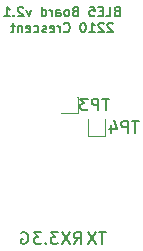
<source format=gbo>
G04 #@! TF.GenerationSoftware,KiCad,Pcbnew,(5.1.2)-1*
G04 #@! TF.CreationDate,2022-10-09T20:42:29+09:00*
G04 #@! TF.ProjectId,ble5,626c6535-2e6b-4696-9361-645f70636258,v2.1*
G04 #@! TF.SameCoordinates,Original*
G04 #@! TF.FileFunction,Legend,Bot*
G04 #@! TF.FilePolarity,Positive*
%FSLAX46Y46*%
G04 Gerber Fmt 4.6, Leading zero omitted, Abs format (unit mm)*
G04 Created by KiCad (PCBNEW (5.1.2)-1) date 2022-10-09 20:42:29*
%MOMM*%
%LPD*%
G04 APERTURE LIST*
%ADD10C,0.200000*%
%ADD11C,0.150000*%
%ADD12C,0.120000*%
%ADD13R,1.400000X1.400000*%
%ADD14O,3.448000X1.924000*%
%ADD15O,1.924000X2.200000*%
G04 APERTURE END LIST*
D10*
X129561904Y-59652380D02*
X128990476Y-59652380D01*
X129276190Y-60652380D02*
X129276190Y-59652380D01*
X128752380Y-59652380D02*
X128085714Y-60652380D01*
X128085714Y-59652380D02*
X128752380Y-60652380D01*
X126866666Y-60652380D02*
X127200000Y-60176190D01*
X127438095Y-60652380D02*
X127438095Y-59652380D01*
X127057142Y-59652380D01*
X126961904Y-59700000D01*
X126914285Y-59747619D01*
X126866666Y-59842857D01*
X126866666Y-59985714D01*
X126914285Y-60080952D01*
X126961904Y-60128571D01*
X127057142Y-60176190D01*
X127438095Y-60176190D01*
X126533333Y-59652380D02*
X125866666Y-60652380D01*
X125866666Y-59652380D02*
X126533333Y-60652380D01*
X125547619Y-59652380D02*
X124928571Y-59652380D01*
X125261904Y-60033333D01*
X125119047Y-60033333D01*
X125023809Y-60080952D01*
X124976190Y-60128571D01*
X124928571Y-60223809D01*
X124928571Y-60461904D01*
X124976190Y-60557142D01*
X125023809Y-60604761D01*
X125119047Y-60652380D01*
X125404761Y-60652380D01*
X125500000Y-60604761D01*
X125547619Y-60557142D01*
X124500000Y-60557142D02*
X124452380Y-60604761D01*
X124500000Y-60652380D01*
X124547619Y-60604761D01*
X124500000Y-60557142D01*
X124500000Y-60652380D01*
X124119047Y-59652380D02*
X123500000Y-59652380D01*
X123833333Y-60033333D01*
X123690476Y-60033333D01*
X123595238Y-60080952D01*
X123547619Y-60128571D01*
X123500000Y-60223809D01*
X123500000Y-60461904D01*
X123547619Y-60557142D01*
X123595238Y-60604761D01*
X123690476Y-60652380D01*
X123976190Y-60652380D01*
X124071428Y-60604761D01*
X124119047Y-60557142D01*
X122438095Y-59700000D02*
X122533333Y-59652380D01*
X122676190Y-59652380D01*
X122819047Y-59700000D01*
X122914285Y-59795238D01*
X122961904Y-59890476D01*
X123009523Y-60080952D01*
X123009523Y-60223809D01*
X122961904Y-60414285D01*
X122914285Y-60509523D01*
X122819047Y-60604761D01*
X122676190Y-60652380D01*
X122580952Y-60652380D01*
X122438095Y-60604761D01*
X122390476Y-60557142D01*
X122390476Y-60223809D01*
X122580952Y-60223809D01*
D11*
X130509523Y-40967857D02*
X130395238Y-41005952D01*
X130357142Y-41044047D01*
X130319047Y-41120238D01*
X130319047Y-41234523D01*
X130357142Y-41310714D01*
X130395238Y-41348809D01*
X130471428Y-41386904D01*
X130776190Y-41386904D01*
X130776190Y-40586904D01*
X130509523Y-40586904D01*
X130433333Y-40625000D01*
X130395238Y-40663095D01*
X130357142Y-40739285D01*
X130357142Y-40815476D01*
X130395238Y-40891666D01*
X130433333Y-40929761D01*
X130509523Y-40967857D01*
X130776190Y-40967857D01*
X129595238Y-41386904D02*
X129976190Y-41386904D01*
X129976190Y-40586904D01*
X129328571Y-40967857D02*
X129061904Y-40967857D01*
X128947619Y-41386904D02*
X129328571Y-41386904D01*
X129328571Y-40586904D01*
X128947619Y-40586904D01*
X128223809Y-40586904D02*
X128604761Y-40586904D01*
X128642857Y-40967857D01*
X128604761Y-40929761D01*
X128528571Y-40891666D01*
X128338095Y-40891666D01*
X128261904Y-40929761D01*
X128223809Y-40967857D01*
X128185714Y-41044047D01*
X128185714Y-41234523D01*
X128223809Y-41310714D01*
X128261904Y-41348809D01*
X128338095Y-41386904D01*
X128528571Y-41386904D01*
X128604761Y-41348809D01*
X128642857Y-41310714D01*
X126966666Y-40967857D02*
X126852380Y-41005952D01*
X126814285Y-41044047D01*
X126776190Y-41120238D01*
X126776190Y-41234523D01*
X126814285Y-41310714D01*
X126852380Y-41348809D01*
X126928571Y-41386904D01*
X127233333Y-41386904D01*
X127233333Y-40586904D01*
X126966666Y-40586904D01*
X126890476Y-40625000D01*
X126852380Y-40663095D01*
X126814285Y-40739285D01*
X126814285Y-40815476D01*
X126852380Y-40891666D01*
X126890476Y-40929761D01*
X126966666Y-40967857D01*
X127233333Y-40967857D01*
X126319047Y-41386904D02*
X126395238Y-41348809D01*
X126433333Y-41310714D01*
X126471428Y-41234523D01*
X126471428Y-41005952D01*
X126433333Y-40929761D01*
X126395238Y-40891666D01*
X126319047Y-40853571D01*
X126204761Y-40853571D01*
X126128571Y-40891666D01*
X126090476Y-40929761D01*
X126052380Y-41005952D01*
X126052380Y-41234523D01*
X126090476Y-41310714D01*
X126128571Y-41348809D01*
X126204761Y-41386904D01*
X126319047Y-41386904D01*
X125366666Y-41386904D02*
X125366666Y-40967857D01*
X125404761Y-40891666D01*
X125480952Y-40853571D01*
X125633333Y-40853571D01*
X125709523Y-40891666D01*
X125366666Y-41348809D02*
X125442857Y-41386904D01*
X125633333Y-41386904D01*
X125709523Y-41348809D01*
X125747619Y-41272619D01*
X125747619Y-41196428D01*
X125709523Y-41120238D01*
X125633333Y-41082142D01*
X125442857Y-41082142D01*
X125366666Y-41044047D01*
X124985714Y-41386904D02*
X124985714Y-40853571D01*
X124985714Y-41005952D02*
X124947619Y-40929761D01*
X124909523Y-40891666D01*
X124833333Y-40853571D01*
X124757142Y-40853571D01*
X124147619Y-41386904D02*
X124147619Y-40586904D01*
X124147619Y-41348809D02*
X124223809Y-41386904D01*
X124376190Y-41386904D01*
X124452380Y-41348809D01*
X124490476Y-41310714D01*
X124528571Y-41234523D01*
X124528571Y-41005952D01*
X124490476Y-40929761D01*
X124452380Y-40891666D01*
X124376190Y-40853571D01*
X124223809Y-40853571D01*
X124147619Y-40891666D01*
X123233333Y-40853571D02*
X123042857Y-41386904D01*
X122852380Y-40853571D01*
X122585714Y-40663095D02*
X122547619Y-40625000D01*
X122471428Y-40586904D01*
X122280952Y-40586904D01*
X122204761Y-40625000D01*
X122166666Y-40663095D01*
X122128571Y-40739285D01*
X122128571Y-40815476D01*
X122166666Y-40929761D01*
X122623809Y-41386904D01*
X122128571Y-41386904D01*
X121785714Y-41310714D02*
X121747619Y-41348809D01*
X121785714Y-41386904D01*
X121823809Y-41348809D01*
X121785714Y-41310714D01*
X121785714Y-41386904D01*
X120985714Y-41386904D02*
X121442857Y-41386904D01*
X121214285Y-41386904D02*
X121214285Y-40586904D01*
X121290476Y-40701190D01*
X121366666Y-40777380D01*
X121442857Y-40815476D01*
X130166666Y-42013095D02*
X130128571Y-41975000D01*
X130052380Y-41936904D01*
X129861904Y-41936904D01*
X129785714Y-41975000D01*
X129747619Y-42013095D01*
X129709523Y-42089285D01*
X129709523Y-42165476D01*
X129747619Y-42279761D01*
X130204761Y-42736904D01*
X129709523Y-42736904D01*
X129404761Y-42013095D02*
X129366666Y-41975000D01*
X129290476Y-41936904D01*
X129100000Y-41936904D01*
X129023809Y-41975000D01*
X128985714Y-42013095D01*
X128947619Y-42089285D01*
X128947619Y-42165476D01*
X128985714Y-42279761D01*
X129442857Y-42736904D01*
X128947619Y-42736904D01*
X128185714Y-42736904D02*
X128642857Y-42736904D01*
X128414285Y-42736904D02*
X128414285Y-41936904D01*
X128490476Y-42051190D01*
X128566666Y-42127380D01*
X128642857Y-42165476D01*
X127690476Y-41936904D02*
X127614285Y-41936904D01*
X127538095Y-41975000D01*
X127500000Y-42013095D01*
X127461904Y-42089285D01*
X127423809Y-42241666D01*
X127423809Y-42432142D01*
X127461904Y-42584523D01*
X127500000Y-42660714D01*
X127538095Y-42698809D01*
X127614285Y-42736904D01*
X127690476Y-42736904D01*
X127766666Y-42698809D01*
X127804761Y-42660714D01*
X127842857Y-42584523D01*
X127880952Y-42432142D01*
X127880952Y-42241666D01*
X127842857Y-42089285D01*
X127804761Y-42013095D01*
X127766666Y-41975000D01*
X127690476Y-41936904D01*
X126014285Y-42660714D02*
X126052380Y-42698809D01*
X126166666Y-42736904D01*
X126242857Y-42736904D01*
X126357142Y-42698809D01*
X126433333Y-42622619D01*
X126471428Y-42546428D01*
X126509523Y-42394047D01*
X126509523Y-42279761D01*
X126471428Y-42127380D01*
X126433333Y-42051190D01*
X126357142Y-41975000D01*
X126242857Y-41936904D01*
X126166666Y-41936904D01*
X126052380Y-41975000D01*
X126014285Y-42013095D01*
X125671428Y-42736904D02*
X125671428Y-42203571D01*
X125671428Y-42355952D02*
X125633333Y-42279761D01*
X125595238Y-42241666D01*
X125519047Y-42203571D01*
X125442857Y-42203571D01*
X124871428Y-42698809D02*
X124947619Y-42736904D01*
X125100000Y-42736904D01*
X125176190Y-42698809D01*
X125214285Y-42622619D01*
X125214285Y-42317857D01*
X125176190Y-42241666D01*
X125100000Y-42203571D01*
X124947619Y-42203571D01*
X124871428Y-42241666D01*
X124833333Y-42317857D01*
X124833333Y-42394047D01*
X125214285Y-42470238D01*
X124528571Y-42698809D02*
X124452380Y-42736904D01*
X124300000Y-42736904D01*
X124223809Y-42698809D01*
X124185714Y-42622619D01*
X124185714Y-42584523D01*
X124223809Y-42508333D01*
X124300000Y-42470238D01*
X124414285Y-42470238D01*
X124490476Y-42432142D01*
X124528571Y-42355952D01*
X124528571Y-42317857D01*
X124490476Y-42241666D01*
X124414285Y-42203571D01*
X124300000Y-42203571D01*
X124223809Y-42241666D01*
X123500000Y-42698809D02*
X123576190Y-42736904D01*
X123728571Y-42736904D01*
X123804761Y-42698809D01*
X123842857Y-42660714D01*
X123880952Y-42584523D01*
X123880952Y-42355952D01*
X123842857Y-42279761D01*
X123804761Y-42241666D01*
X123728571Y-42203571D01*
X123576190Y-42203571D01*
X123500000Y-42241666D01*
X122852380Y-42698809D02*
X122928571Y-42736904D01*
X123080952Y-42736904D01*
X123157142Y-42698809D01*
X123195238Y-42622619D01*
X123195238Y-42317857D01*
X123157142Y-42241666D01*
X123080952Y-42203571D01*
X122928571Y-42203571D01*
X122852380Y-42241666D01*
X122814285Y-42317857D01*
X122814285Y-42394047D01*
X123195238Y-42470238D01*
X122471428Y-42203571D02*
X122471428Y-42736904D01*
X122471428Y-42279761D02*
X122433333Y-42241666D01*
X122357142Y-42203571D01*
X122242857Y-42203571D01*
X122166666Y-42241666D01*
X122128571Y-42317857D01*
X122128571Y-42736904D01*
X121861904Y-42203571D02*
X121557142Y-42203571D01*
X121747619Y-41936904D02*
X121747619Y-42622619D01*
X121709523Y-42698809D01*
X121633333Y-42736904D01*
X121557142Y-42736904D01*
D12*
X128100000Y-50100000D02*
X128100000Y-51500000D01*
X129500000Y-50100000D02*
X128100000Y-50100000D01*
X129500000Y-51500000D02*
X129500000Y-50100000D01*
X128100000Y-51500000D02*
X129500000Y-51500000D01*
X125800000Y-48200000D02*
X125800000Y-49600000D01*
X127200000Y-48200000D02*
X125800000Y-48200000D01*
X127200000Y-49600000D02*
X127200000Y-48200000D01*
X125800000Y-49600000D02*
X127200000Y-49600000D01*
D11*
X132361904Y-50252380D02*
X131790476Y-50252380D01*
X132076190Y-51252380D02*
X132076190Y-50252380D01*
X131457142Y-51252380D02*
X131457142Y-50252380D01*
X131076190Y-50252380D01*
X130980952Y-50300000D01*
X130933333Y-50347619D01*
X130885714Y-50442857D01*
X130885714Y-50585714D01*
X130933333Y-50680952D01*
X130980952Y-50728571D01*
X131076190Y-50776190D01*
X131457142Y-50776190D01*
X130028571Y-50585714D02*
X130028571Y-51252380D01*
X130266666Y-50204761D02*
X130504761Y-50919047D01*
X129885714Y-50919047D01*
X129861904Y-48352380D02*
X129290476Y-48352380D01*
X129576190Y-49352380D02*
X129576190Y-48352380D01*
X128957142Y-49352380D02*
X128957142Y-48352380D01*
X128576190Y-48352380D01*
X128480952Y-48400000D01*
X128433333Y-48447619D01*
X128385714Y-48542857D01*
X128385714Y-48685714D01*
X128433333Y-48780952D01*
X128480952Y-48828571D01*
X128576190Y-48876190D01*
X128957142Y-48876190D01*
X128052380Y-48352380D02*
X127433333Y-48352380D01*
X127766666Y-48733333D01*
X127623809Y-48733333D01*
X127528571Y-48780952D01*
X127480952Y-48828571D01*
X127433333Y-48923809D01*
X127433333Y-49161904D01*
X127480952Y-49257142D01*
X127528571Y-49304761D01*
X127623809Y-49352380D01*
X127909523Y-49352380D01*
X128004761Y-49304761D01*
X128052380Y-49257142D01*
%LPC*%
D13*
X128800000Y-50800000D03*
X126500000Y-48900000D03*
X117250000Y-41200000D03*
X114600000Y-41200000D03*
D14*
X114300000Y-44450000D03*
X114300000Y-46990000D03*
X114300000Y-49530000D03*
X114300000Y-52070000D03*
X114300000Y-54610000D03*
X114300000Y-57150000D03*
X114300000Y-59690000D03*
X114300000Y-62230000D03*
X137050000Y-44450000D03*
X137050000Y-46990000D03*
X137050000Y-49530000D03*
X137050000Y-52070000D03*
X137050000Y-54610000D03*
X137050000Y-57150000D03*
X137050000Y-59690000D03*
X137050000Y-62230000D03*
D15*
X128700000Y-62500000D03*
X126700000Y-62500000D03*
X124700000Y-62500000D03*
X122700000Y-62500000D03*
M02*

</source>
